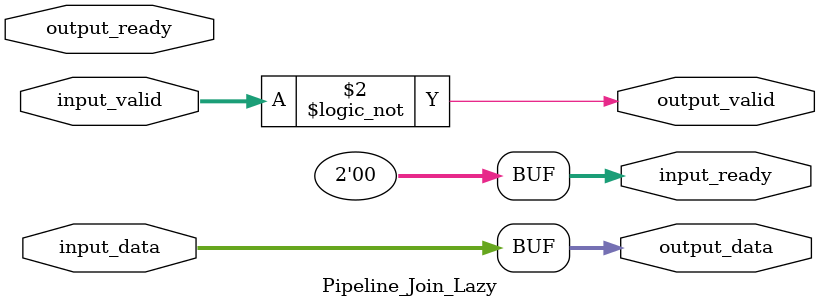
<source format=v>


// Takes in multiple input ready/valid handshakes with associated data, and
// once all input handshakes can complete, joins them together into a single
// output ready/valid handshake with all data concatenated. This function
// synchronizes multiple pipelines into a single wider one.

//## Avoiding combinational loops

// As a design convention, we must avoid a combinational path between the
// valid and ready signals in a given pipeline interface, because if the other
// end of the pipeline connection also has a ready/valid combinational path,
// connecting these two interfaces will form a combinational loop, which
// cannot be analyzed for timing, or simulated reliably.

// However, there are rare cases where you do *not* want buffering, so if you
// take care about combinational delays and loops, you can use this unbuffered
// version. Otherwise, use the regular buffered [Pipeline Join]
// (./Pipeline_Join.html).

`default_nettype none

module Pipeline_Join_Lazy
#(
    parameter WORD_WIDTH     = 0,
    parameter INPUT_COUNT    = 0,

    // Do not set at instantiation, except in IPI
    parameter TOTAL_WIDTH   = WORD_WIDTH * INPUT_COUNT
)
(
    input  wire [INPUT_COUNT-1:0]   input_valid,
    output reg  [INPUT_COUNT-1:0]   input_ready,
    input  wire [TOTAL_WIDTH-1:0]   input_data,

    output reg                      output_valid,
    input  wire                     output_ready,
    output reg  [TOTAL_WIDTH-1:0]   output_data
);

    localparam INPUT_ZERO = {INPUT_COUNT{1'b0}};
    localparam INPUT_ONES = {INPUT_COUNT{1'b1}};
    localparam TOTAL_ZERO = {TOTAL_WIDTH{1'b0}};

    initial begin
        input_ready  = INPUT_ZERO;
        output_valid = 1'b0;
        output_data  = TOTAL_ZERO;
    end

// Once all inputs are valid, declare the output valid and make all the input
// ready equal to the output ready.  Pass the input data to the output data.

    always @(*) begin
        output_valid    = (input_valid == INPUT_ONES);
        output_data     = input_data;
    end

    always @(*) begin
        input_ready     = (output_valid == 1'b1) ? {INPUT_COUNT{output_ready}} : INPUT_ZERO;
    end

endmodule


</source>
